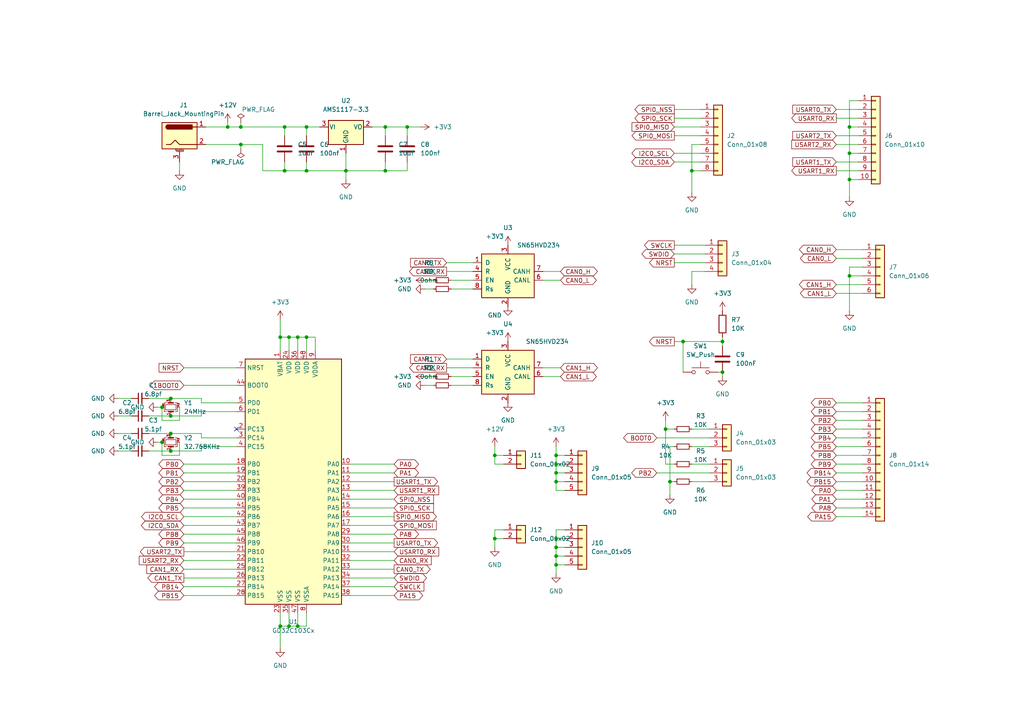
<source format=kicad_sch>
(kicad_sch (version 20210621) (generator eeschema)
  (paper "A4")
  (lib_symbols
    (symbol "Connector_Generic:Conn_01x02" (pin_names (offset 1.016) hide)
      (property "Reference" "J" (at 0 2.54 0))
      (property "Value" "Conn_01x02" (at 0 -5.08 0))
      (symbol "Conn_01x02_1_1"
        (pin passive line (at -5.08 0 0) (length 3.81) (name "Pin_1") (number "1"))
        (pin passive line (at -5.08 -2.54 0) (length 3.81) (name "Pin_2") (number "2"))
      )
    )
    (symbol "Connector_Generic:Conn_01x03" (pin_names (offset 1.016) hide)
      (property "Reference" "J" (at 0 5.08 0))
      (property "Value" "Conn_01x03" (at 0 -5.08 0))
      (symbol "Conn_01x03_1_1"
        (pin passive line (at -5.08 2.54 0) (length 3.81) (name "Pin_1") (number "1"))
        (pin passive line (at -5.08 0 0) (length 3.81) (name "Pin_2") (number "2"))
        (pin passive line (at -5.08 -2.54 0) (length 3.81) (name "Pin_3") (number "3"))
      )
    )
    (symbol "Connector_Generic:Conn_01x04" (pin_names (offset 1.016) hide)
      (property "Reference" "J" (at 0 5.08 0))
      (property "Value" "Conn_01x04" (at 0 -7.62 0))
      (symbol "Conn_01x04_1_1"
        (pin passive line (at -5.08 2.54 0) (length 3.81) (name "Pin_1") (number "1"))
        (pin passive line (at -5.08 0 0) (length 3.81) (name "Pin_2") (number "2"))
        (pin passive line (at -5.08 -2.54 0) (length 3.81) (name "Pin_3") (number "3"))
        (pin passive line (at -5.08 -5.08 0) (length 3.81) (name "Pin_4") (number "4"))
      )
    )
    (symbol "Connector_Generic:Conn_01x05" (pin_names (offset 1.016) hide)
      (property "Reference" "J" (at 0 7.62 0))
      (property "Value" "Conn_01x05" (at 0 -7.62 0))
      (symbol "Conn_01x05_1_1"
        (pin passive line (at -5.08 5.08 0) (length 3.81) (name "Pin_1") (number "1"))
        (pin passive line (at -5.08 2.54 0) (length 3.81) (name "Pin_2") (number "2"))
        (pin passive line (at -5.08 0 0) (length 3.81) (name "Pin_3") (number "3"))
        (pin passive line (at -5.08 -2.54 0) (length 3.81) (name "Pin_4") (number "4"))
        (pin passive line (at -5.08 -5.08 0) (length 3.81) (name "Pin_5") (number "5"))
      )
    )
    (symbol "Connector_Generic:Conn_01x06" (pin_names (offset 1.016) hide)
      (property "Reference" "J" (at 0 7.62 0))
      (property "Value" "Conn_01x06" (at 0 -10.16 0))
      (symbol "Conn_01x06_1_1"
        (pin passive line (at -5.08 5.08 0) (length 3.81) (name "Pin_1") (number "1"))
        (pin passive line (at -5.08 2.54 0) (length 3.81) (name "Pin_2") (number "2"))
        (pin passive line (at -5.08 0 0) (length 3.81) (name "Pin_3") (number "3"))
        (pin passive line (at -5.08 -2.54 0) (length 3.81) (name "Pin_4") (number "4"))
        (pin passive line (at -5.08 -5.08 0) (length 3.81) (name "Pin_5") (number "5"))
        (pin passive line (at -5.08 -7.62 0) (length 3.81) (name "Pin_6") (number "6"))
      )
    )
    (symbol "Connector_Generic:Conn_01x08" (pin_names (offset 1.016) hide)
      (property "Reference" "J" (at 0 10.16 0))
      (property "Value" "Conn_01x08" (at 0 -12.7 0))
      (symbol "Conn_01x08_1_1"
        (pin passive line (at -5.08 7.62 0) (length 3.81) (name "Pin_1") (number "1"))
        (pin passive line (at -5.08 5.08 0) (length 3.81) (name "Pin_2") (number "2"))
        (pin passive line (at -5.08 2.54 0) (length 3.81) (name "Pin_3") (number "3"))
        (pin passive line (at -5.08 0 0) (length 3.81) (name "Pin_4") (number "4"))
        (pin passive line (at -5.08 -2.54 0) (length 3.81) (name "Pin_5") (number "5"))
        (pin passive line (at -5.08 -5.08 0) (length 3.81) (name "Pin_6") (number "6"))
        (pin passive line (at -5.08 -7.62 0) (length 3.81) (name "Pin_7") (number "7"))
        (pin passive line (at -5.08 -10.16 0) (length 3.81) (name "Pin_8") (number "8"))
      )
    )
    (symbol "Connector_Generic:Conn_01x10" (pin_names (offset 1.016) hide)
      (property "Reference" "J" (at 0 12.7 0))
      (property "Value" "Conn_01x10" (at 0 -15.24 0))
      (symbol "Conn_01x10_1_1"
        (pin passive line (at -5.08 10.16 0) (length 3.81) (name "Pin_1") (number "1"))
        (pin passive line (at -5.08 -12.7 0) (length 3.81) (name "Pin_10") (number "10"))
        (pin passive line (at -5.08 7.62 0) (length 3.81) (name "Pin_2") (number "2"))
        (pin passive line (at -5.08 5.08 0) (length 3.81) (name "Pin_3") (number "3"))
        (pin passive line (at -5.08 2.54 0) (length 3.81) (name "Pin_4") (number "4"))
        (pin passive line (at -5.08 0 0) (length 3.81) (name "Pin_5") (number "5"))
        (pin passive line (at -5.08 -2.54 0) (length 3.81) (name "Pin_6") (number "6"))
        (pin passive line (at -5.08 -5.08 0) (length 3.81) (name "Pin_7") (number "7"))
        (pin passive line (at -5.08 -7.62 0) (length 3.81) (name "Pin_8") (number "8"))
        (pin passive line (at -5.08 -10.16 0) (length 3.81) (name "Pin_9") (number "9"))
      )
    )
    (symbol "Connector_Generic:Conn_01x14" (pin_names (offset 1.016) hide)
      (property "Reference" "J" (at 0 17.78 0))
      (property "Value" "Conn_01x14" (at 0 -20.32 0))
      (symbol "Conn_01x14_1_1"
        (pin passive line (at -5.08 15.24 0) (length 3.81) (name "Pin_1") (number "1"))
        (pin passive line (at -5.08 -7.62 0) (length 3.81) (name "Pin_10") (number "10"))
        (pin passive line (at -5.08 -10.16 0) (length 3.81) (name "Pin_11") (number "11"))
        (pin passive line (at -5.08 -12.7 0) (length 3.81) (name "Pin_12") (number "12"))
        (pin passive line (at -5.08 -15.24 0) (length 3.81) (name "Pin_13") (number "13"))
        (pin passive line (at -5.08 -17.78 0) (length 3.81) (name "Pin_14") (number "14"))
        (pin passive line (at -5.08 12.7 0) (length 3.81) (name "Pin_2") (number "2"))
        (pin passive line (at -5.08 10.16 0) (length 3.81) (name "Pin_3") (number "3"))
        (pin passive line (at -5.08 7.62 0) (length 3.81) (name "Pin_4") (number "4"))
        (pin passive line (at -5.08 5.08 0) (length 3.81) (name "Pin_5") (number "5"))
        (pin passive line (at -5.08 2.54 0) (length 3.81) (name "Pin_6") (number "6"))
        (pin passive line (at -5.08 0 0) (length 3.81) (name "Pin_7") (number "7"))
        (pin passive line (at -5.08 -2.54 0) (length 3.81) (name "Pin_8") (number "8"))
        (pin passive line (at -5.08 -5.08 0) (length 3.81) (name "Pin_9") (number "9"))
      )
    )
    (symbol "Device:C" (pin_numbers hide) (pin_names (offset 0.254))
      (property "Reference" "C" (at 0.635 2.54 0))
      (property "Value" "C" (at 0.635 -2.54 0))
      (symbol "C_1_1"
        (pin passive line (at 0 3.81 270) (length 2.794) (name "~") (number "1"))
        (pin passive line (at 0 -3.81 90) (length 2.794) (name "~") (number "2"))
      )
    )
    (symbol "Device:C_Small" (pin_numbers hide) (pin_names (offset 0.254) hide)
      (property "Reference" "C" (at 0.254 1.778 0))
      (property "Value" "C_Small" (at 0.254 -2.032 0))
      (symbol "C_Small_1_1"
        (pin passive line (at 0 2.54 270) (length 2.032) (name "~") (number "1"))
        (pin passive line (at 0 -2.54 90) (length 2.032) (name "~") (number "2"))
      )
    )
    (symbol "Device:Crystal_GND24_Small" (pin_names (offset 1.016) hide)
      (property "Reference" "Y" (at 1.27 4.445 0))
      (property "Value" "Crystal_GND24_Small" (at 1.27 2.54 0))
      (symbol "Crystal_GND24_Small_1_1"
        (pin passive line (at -2.54 0 0) (length 1.27) (name "1") (number "1"))
        (pin passive line (at 0 -2.54 90) (length 0.635) (name "2") (number "2"))
        (pin passive line (at 2.54 0 180) (length 1.27) (name "3") (number "3"))
        (pin passive line (at 0 2.54 270) (length 0.635) (name "4") (number "4"))
      )
    )
    (symbol "Device:R" (pin_numbers hide) (pin_names (offset 0))
      (property "Reference" "R" (at 2.032 0 90))
      (property "Value" "R" (at 0 0 90))
      (symbol "R_1_1"
        (pin passive line (at 0 3.81 270) (length 1.27) (name "~") (number "1"))
        (pin passive line (at 0 -3.81 90) (length 1.27) (name "~") (number "2"))
      )
    )
    (symbol "Device:R_Small" (pin_numbers hide) (pin_names (offset 0.254) hide)
      (property "Reference" "R" (at 0.762 0.508 0))
      (property "Value" "R_Small" (at 0.762 -1.016 0))
      (symbol "R_Small_1_1"
        (pin passive line (at 0 2.54 270) (length 0.762) (name "~") (number "1"))
        (pin passive line (at 0 -2.54 90) (length 0.762) (name "~") (number "2"))
      )
    )
    (symbol "GD32_SPINE:Barrel_Jack" (pin_names hide)
      (property "Reference" "J1" (at 1.2065 8.89 0))
      (property "Value" "Barrel_Jack" (at 1.2065 6.35 0))
      (symbol "Barrel_Jack_1_1"
        (text "Mounting" (at 0 -4.191 0) (effects (font (size 0.381 0.381))))
        (pin passive line (at 7.62 2.54 180) (length 2.54) (name "~") (number "1"))
        (pin passive line (at 7.62 -2.54 180) (length 2.54) (name "~") (number "2"))
        (pin passive line (at 0 -7.62 90) (length 3.048) (name "~") (number "3"))
      )
    )
    (symbol "GD32_SPINE:GD32C103Cx"
      (property "Reference" "U" (at -15.24 36.83 0))
      (property "Value" "GD32C103Cx" (at 7.62 36.83 0))
      (symbol "GD32C103Cx_1_1"
        (pin power_in line (at -5.08 38.1 270) (length 2.54) (name "VBAT") (number "1"))
        (pin bidirectional line (at 15.24 5.08 180) (length 2.54) (name "PA0") (number "10"))
        (pin bidirectional line (at 15.24 2.54 180) (length 2.54) (name "PA1") (number "11"))
        (pin bidirectional line (at 15.24 0 180) (length 2.54) (name "PA2") (number "12"))
        (pin bidirectional line (at 15.24 -2.54 180) (length 2.54) (name "PA3") (number "13"))
        (pin bidirectional line (at 15.24 -5.08 180) (length 2.54) (name "PA4") (number "14"))
        (pin bidirectional line (at 15.24 -7.62 180) (length 2.54) (name "PA5") (number "15"))
        (pin bidirectional line (at 15.24 -10.16 180) (length 2.54) (name "PA6") (number "16"))
        (pin bidirectional line (at 15.24 -12.7 180) (length 2.54) (name "PA7") (number "17"))
        (pin bidirectional line (at -17.78 5.08 0) (length 2.54) (name "PB0") (number "18"))
        (pin bidirectional line (at -17.78 2.54 0) (length 2.54) (name "PB1") (number "19"))
        (pin bidirectional line (at -17.78 15.24 0) (length 2.54) (name "PC13") (number "2"))
        (pin bidirectional line (at -17.78 0 0) (length 2.54) (name "PB2") (number "20"))
        (pin bidirectional line (at -17.78 -20.32 0) (length 2.54) (name "PB10") (number "21"))
        (pin bidirectional line (at -17.78 -22.86 0) (length 2.54) (name "PB11") (number "22"))
        (pin power_in line (at -5.08 -38.1 90) (length 2.54) (name "VSS") (number "23"))
        (pin power_in line (at -2.54 38.1 270) (length 2.54) (name "VDD") (number "24"))
        (pin bidirectional line (at -17.78 -25.4 0) (length 2.54) (name "PB12") (number "25"))
        (pin bidirectional line (at -17.78 -27.94 0) (length 2.54) (name "PB13") (number "26"))
        (pin bidirectional line (at -17.78 -30.48 0) (length 2.54) (name "PB14") (number "27"))
        (pin bidirectional line (at -17.78 -33.02 0) (length 2.54) (name "PB15") (number "28"))
        (pin bidirectional line (at 15.24 -15.24 180) (length 2.54) (name "PA8") (number "29"))
        (pin bidirectional line (at -17.78 12.7 0) (length 2.54) (name "PC14") (number "3"))
        (pin bidirectional line (at 15.24 -17.78 180) (length 2.54) (name "PA9") (number "30"))
        (pin bidirectional line (at 15.24 -20.32 180) (length 2.54) (name "PA10") (number "31"))
        (pin bidirectional line (at 15.24 -22.86 180) (length 2.54) (name "PA11") (number "32"))
        (pin bidirectional line (at 15.24 -25.4 180) (length 2.54) (name "PA12") (number "33"))
        (pin bidirectional line (at 15.24 -27.94 180) (length 2.54) (name "PA13") (number "34"))
        (pin power_in line (at -2.54 -38.1 90) (length 2.54) (name "VSS") (number "35"))
        (pin power_in line (at 0 38.1 270) (length 2.54) (name "VDD") (number "36"))
        (pin bidirectional line (at 15.24 -30.48 180) (length 2.54) (name "PA14") (number "37"))
        (pin bidirectional line (at 15.24 -33.02 180) (length 2.54) (name "PA15") (number "38"))
        (pin bidirectional line (at -17.78 -2.54 0) (length 2.54) (name "PB3") (number "39"))
        (pin bidirectional line (at -17.78 10.16 0) (length 2.54) (name "PC15") (number "4"))
        (pin bidirectional line (at -17.78 -5.08 0) (length 2.54) (name "PB4") (number "40"))
        (pin bidirectional line (at -17.78 -7.62 0) (length 2.54) (name "PB5") (number "41"))
        (pin bidirectional line (at -17.78 -10.16 0) (length 2.54) (name "PB6") (number "42"))
        (pin bidirectional line (at -17.78 -12.7 0) (length 2.54) (name "PB7") (number "43"))
        (pin input line (at -17.78 27.94 0) (length 2.54) (name "BOOT0") (number "44"))
        (pin bidirectional line (at -17.78 -15.24 0) (length 2.54) (name "PB8") (number "45"))
        (pin bidirectional line (at -17.78 -17.78 0) (length 2.54) (name "PB9") (number "46"))
        (pin power_in line (at 0 -38.1 90) (length 2.54) (name "VSS") (number "47"))
        (pin power_in line (at 2.54 38.1 270) (length 2.54) (name "VDD") (number "48"))
        (pin input line (at -17.78 22.86 0) (length 2.54) (name "PD0") (number "5"))
        (pin input line (at -17.78 20.32 0) (length 2.54) (name "PD1") (number "6"))
        (pin input line (at -17.78 33.02 0) (length 2.54) (name "NRST") (number "7"))
        (pin power_in line (at 2.54 -38.1 90) (length 2.54) (name "VSSA") (number "8"))
        (pin power_in line (at 5.08 38.1 270) (length 2.54) (name "VDDA") (number "9"))
      )
    )
    (symbol "Interface_CAN_LIN:SN65HVD234" (pin_names (offset 1.016))
      (property "Reference" "U" (at -2.54 10.16 0))
      (property "Value" "SN65HVD234" (at -2.54 7.62 0))
      (symbol "SN65HVD234_1_1"
        (pin input line (at -10.16 2.54 0) (length 2.54) (name "D") (number "1"))
        (pin power_in line (at 0 -10.16 90) (length 2.54) (name "GND") (number "2"))
        (pin power_in line (at 0 7.62 270) (length 2.54) (name "VCC") (number "3"))
        (pin output line (at -10.16 0 0) (length 2.54) (name "R") (number "4"))
        (pin input line (at -10.16 -2.54 0) (length 2.54) (name "EN") (number "5"))
        (pin bidirectional line (at 10.16 -2.54 180) (length 2.54) (name "CANL") (number "6"))
        (pin bidirectional line (at 10.16 0 180) (length 2.54) (name "CANH") (number "7"))
        (pin input line (at -10.16 -5.08 0) (length 2.54) (name "Rs") (number "8"))
      )
    )
    (symbol "Regulator_Linear:AMS1117-3.3" (pin_names (offset 0.254))
      (property "Reference" "U" (at -3.81 3.175 0))
      (property "Value" "AMS1117-3.3" (at 0 3.175 0))
      (symbol "AMS1117-3.3_1_1"
        (pin power_in line (at 0 -7.62 90) (length 2.54) (name "GND") (number "1"))
        (pin power_out line (at 7.62 0 180) (length 2.54) (name "VO") (number "2"))
        (pin power_in line (at -7.62 0 0) (length 2.54) (name "VI") (number "3"))
      )
    )
    (symbol "Switch:SW_Push" (pin_numbers hide) (pin_names (offset 1.016) hide)
      (property "Reference" "SW" (at 1.27 2.54 0))
      (property "Value" "SW_Push" (at 0 -1.524 0))
      (symbol "SW_Push_0_1"
        (pin passive line (at -5.08 0 0) (length 2.54) (name "1") (number "1"))
        (pin passive line (at 5.08 0 180) (length 2.54) (name "2") (number "2"))
      )
    )
    (symbol "power:+12V" (power) (pin_names (offset 0))
      (property "Value" "+12V" (at 0 3.556 0))
      (symbol "+12V_1_1"
        (pin power_in line (at 0 0 90) (length 0) hide (name "+12V") (number "1"))
      )
    )
    (symbol "power:+3V3" (power) (pin_names (offset 0))
      (property "Value" "+3V3" (at 0 3.556 0))
      (symbol "+3V3_1_1"
        (pin power_in line (at 0 0 90) (length 0) hide (name "+3V3") (number "1"))
      )
    )
    (symbol "power:GND" (power) (pin_names (offset 0))
      (property "Value" "GND" (at 0 -3.81 0))
      (symbol "GND_1_1"
        (pin power_in line (at 0 0 270) (length 0) hide (name "GND") (number "1"))
      )
    )
    (symbol "power:PWR_FLAG" (power) (pin_numbers hide) (pin_names (offset 0) hide)
      (property "Value" "PWR_FLAG" (at 0 3.81 0))
      (symbol "PWR_FLAG_0_0"
        (pin power_out line (at 0 0 90) (length 0) (name "pwr") (number "1"))
      )
    )
  )
  (junction (at 46.99 118.11))
  (junction (at 46.99 128.27))
  (junction (at 49.53 115.57))
  (junction (at 49.53 120.65))
  (junction (at 49.53 125.73))
  (junction (at 49.53 130.81))
  (junction (at 66.04 36.83))
  (junction (at 69.85 36.83) (diameter 0.9144))
  (junction (at 69.85 41.91))
  (junction (at 81.28 97.79) (diameter 0.9144))
  (junction (at 81.28 181.61) (diameter 0.9144))
  (junction (at 82.55 36.83) (diameter 0.9144))
  (junction (at 82.55 49.53) (diameter 0.9144))
  (junction (at 83.82 97.79) (diameter 0.9144))
  (junction (at 83.82 181.61) (diameter 0.9144))
  (junction (at 86.36 97.79) (diameter 0.9144))
  (junction (at 86.36 181.61) (diameter 0.9144))
  (junction (at 88.9 36.83) (diameter 0.9144))
  (junction (at 88.9 49.53) (diameter 0.9144))
  (junction (at 88.9 97.79) (diameter 0.9144))
  (junction (at 100.33 49.53) (diameter 0.9144))
  (junction (at 111.76 36.83) (diameter 0.9144))
  (junction (at 111.76 49.53) (diameter 0.9144))
  (junction (at 118.11 36.83) (diameter 0.9144))
  (junction (at 143.51 132.08))
  (junction (at 143.51 156.21))
  (junction (at 161.29 132.08))
  (junction (at 161.29 134.62))
  (junction (at 161.29 137.16))
  (junction (at 161.29 139.7))
  (junction (at 161.29 156.21))
  (junction (at 161.29 158.75))
  (junction (at 161.29 161.29))
  (junction (at 161.29 163.83))
  (junction (at 193.04 124.46) (diameter 0.9144))
  (junction (at 194.31 139.7) (diameter 0.9144))
  (junction (at 198.12 99.06) (diameter 0.9144))
  (junction (at 200.66 49.53) (diameter 0.9144))
  (junction (at 209.55 99.06) (diameter 0.9144))
  (junction (at 209.55 107.95) (diameter 0.9144))
  (junction (at 246.38 36.83) (diameter 0.9144))
  (junction (at 246.38 44.45) (diameter 0.9144))
  (junction (at 246.38 52.07) (diameter 0.9144))
  (junction (at 246.38 80.01) (diameter 0.9144))
  (no_connect (at 68.58 124.46))
  (wire (pts (xy 34.29 115.57) (xy 38.1 115.57)))
  (wire (pts (xy 34.29 120.65) (xy 38.1 120.65)))
  (wire (pts (xy 34.29 125.73) (xy 38.1 125.73)))
  (wire (pts (xy 34.29 130.81) (xy 38.1 130.81)))
  (wire (pts (xy 43.18 115.57) (xy 49.53 115.57)))
  (wire (pts (xy 43.18 120.65) (xy 49.53 120.65)))
  (wire (pts (xy 43.18 125.73) (xy 49.53 125.73)))
  (wire (pts (xy 43.18 130.81) (xy 49.53 130.81)))
  (wire (pts (xy 45.72 118.11) (xy 46.99 118.11)))
  (wire (pts (xy 45.72 128.27) (xy 46.99 128.27)))
  (wire (pts (xy 46.99 118.11) (xy 46.99 121.92)))
  (wire (pts (xy 46.99 121.92) (xy 52.07 121.92)))
  (wire (pts (xy 46.99 128.27) (xy 46.99 132.08)))
  (wire (pts (xy 46.99 132.08) (xy 52.07 132.08)))
  (wire (pts (xy 49.53 115.57) (xy 58.42 115.57)))
  (wire (pts (xy 49.53 120.65) (xy 58.42 120.65)))
  (wire (pts (xy 49.53 125.73) (xy 58.42 125.73)))
  (wire (pts (xy 49.53 130.81) (xy 58.42 130.81)))
  (wire (pts (xy 52.07 46.99) (xy 52.07 49.53)))
  (wire (pts (xy 52.07 118.11) (xy 52.07 121.92)))
  (wire (pts (xy 52.07 132.08) (xy 52.07 128.27)))
  (wire (pts (xy 53.34 106.68) (xy 68.58 106.68)))
  (wire (pts (xy 53.34 111.76) (xy 68.58 111.76)))
  (wire (pts (xy 53.34 134.62) (xy 68.58 134.62)))
  (wire (pts (xy 53.34 137.16) (xy 68.58 137.16)))
  (wire (pts (xy 53.34 139.7) (xy 68.58 139.7)))
  (wire (pts (xy 53.34 142.24) (xy 68.58 142.24)))
  (wire (pts (xy 53.34 144.78) (xy 68.58 144.78)))
  (wire (pts (xy 53.34 147.32) (xy 68.58 147.32)))
  (wire (pts (xy 53.34 149.86) (xy 68.58 149.86)))
  (wire (pts (xy 53.34 152.4) (xy 68.58 152.4)))
  (wire (pts (xy 53.34 154.94) (xy 68.58 154.94)))
  (wire (pts (xy 53.34 157.48) (xy 68.58 157.48)))
  (wire (pts (xy 53.34 160.02) (xy 68.58 160.02)))
  (wire (pts (xy 53.34 162.56) (xy 68.58 162.56)))
  (wire (pts (xy 53.34 165.1) (xy 68.58 165.1)))
  (wire (pts (xy 53.34 167.64) (xy 68.58 167.64)))
  (wire (pts (xy 53.34 170.18) (xy 68.58 170.18)))
  (wire (pts (xy 53.34 172.72) (xy 68.58 172.72)))
  (wire (pts (xy 58.42 115.57) (xy 58.42 116.84)))
  (wire (pts (xy 58.42 116.84) (xy 68.58 116.84)))
  (wire (pts (xy 58.42 119.38) (xy 58.42 120.65)))
  (wire (pts (xy 58.42 125.73) (xy 58.42 127)))
  (wire (pts (xy 58.42 127) (xy 68.58 127)))
  (wire (pts (xy 58.42 129.54) (xy 58.42 130.81)))
  (wire (pts (xy 59.69 36.83) (xy 66.04 36.83)))
  (wire (pts (xy 59.69 41.91) (xy 69.85 41.91)))
  (wire (pts (xy 66.04 35.56) (xy 66.04 36.83)))
  (wire (pts (xy 66.04 36.83) (xy 69.85 36.83)))
  (wire (pts (xy 68.58 119.38) (xy 58.42 119.38)))
  (wire (pts (xy 68.58 129.54) (xy 58.42 129.54)))
  (wire (pts (xy 69.85 35.56) (xy 69.85 36.83)))
  (wire (pts (xy 69.85 36.83) (xy 82.55 36.83)))
  (wire (pts (xy 69.85 41.91) (xy 69.85 43.18)))
  (wire (pts (xy 69.85 41.91) (xy 76.2 41.91)))
  (wire (pts (xy 76.2 41.91) (xy 76.2 49.53)))
  (wire (pts (xy 76.2 49.53) (xy 82.55 49.53)))
  (wire (pts (xy 81.28 92.71) (xy 81.28 97.79)))
  (wire (pts (xy 81.28 97.79) (xy 81.28 101.6)))
  (wire (pts (xy 81.28 97.79) (xy 83.82 97.79)))
  (wire (pts (xy 81.28 177.8) (xy 81.28 181.61)))
  (wire (pts (xy 81.28 181.61) (xy 81.28 187.96)))
  (wire (pts (xy 81.28 181.61) (xy 83.82 181.61)))
  (wire (pts (xy 82.55 36.83) (xy 82.55 39.37)))
  (wire (pts (xy 82.55 36.83) (xy 88.9 36.83)))
  (wire (pts (xy 82.55 46.99) (xy 82.55 49.53)))
  (wire (pts (xy 82.55 49.53) (xy 88.9 49.53)))
  (wire (pts (xy 83.82 97.79) (xy 83.82 101.6)))
  (wire (pts (xy 83.82 97.79) (xy 86.36 97.79)))
  (wire (pts (xy 83.82 177.8) (xy 83.82 181.61)))
  (wire (pts (xy 83.82 181.61) (xy 86.36 181.61)))
  (wire (pts (xy 86.36 97.79) (xy 86.36 101.6)))
  (wire (pts (xy 86.36 97.79) (xy 88.9 97.79)))
  (wire (pts (xy 86.36 177.8) (xy 86.36 181.61)))
  (wire (pts (xy 86.36 181.61) (xy 88.9 181.61)))
  (wire (pts (xy 88.9 36.83) (xy 88.9 39.37)))
  (wire (pts (xy 88.9 36.83) (xy 92.71 36.83)))
  (wire (pts (xy 88.9 49.53) (xy 88.9 46.99)))
  (wire (pts (xy 88.9 97.79) (xy 88.9 101.6)))
  (wire (pts (xy 88.9 97.79) (xy 91.44 97.79)))
  (wire (pts (xy 88.9 177.8) (xy 88.9 181.61)))
  (wire (pts (xy 91.44 97.79) (xy 91.44 101.6)))
  (wire (pts (xy 100.33 44.45) (xy 100.33 49.53)))
  (wire (pts (xy 100.33 49.53) (xy 88.9 49.53)))
  (wire (pts (xy 100.33 49.53) (xy 100.33 52.07)))
  (wire (pts (xy 100.33 49.53) (xy 111.76 49.53)))
  (wire (pts (xy 101.6 134.62) (xy 114.3 134.62)))
  (wire (pts (xy 101.6 137.16) (xy 114.3 137.16)))
  (wire (pts (xy 101.6 139.7) (xy 114.3 139.7)))
  (wire (pts (xy 101.6 142.24) (xy 114.3 142.24)))
  (wire (pts (xy 101.6 144.78) (xy 114.3 144.78)))
  (wire (pts (xy 101.6 147.32) (xy 114.3 147.32)))
  (wire (pts (xy 101.6 149.86) (xy 114.3 149.86)))
  (wire (pts (xy 101.6 152.4) (xy 114.3 152.4)))
  (wire (pts (xy 101.6 154.94) (xy 114.3 154.94)))
  (wire (pts (xy 101.6 157.48) (xy 114.3 157.48)))
  (wire (pts (xy 101.6 160.02) (xy 114.3 160.02)))
  (wire (pts (xy 101.6 162.56) (xy 114.3 162.56)))
  (wire (pts (xy 101.6 165.1) (xy 114.3 165.1)))
  (wire (pts (xy 101.6 167.64) (xy 114.3 167.64)))
  (wire (pts (xy 101.6 170.18) (xy 114.3 170.18)))
  (wire (pts (xy 101.6 172.72) (xy 114.3 172.72)))
  (wire (pts (xy 107.95 36.83) (xy 111.76 36.83)))
  (wire (pts (xy 111.76 36.83) (xy 111.76 39.37)))
  (wire (pts (xy 111.76 36.83) (xy 118.11 36.83)))
  (wire (pts (xy 111.76 46.99) (xy 111.76 49.53)))
  (wire (pts (xy 111.76 49.53) (xy 118.11 49.53)))
  (wire (pts (xy 118.11 36.83) (xy 118.11 39.37)))
  (wire (pts (xy 118.11 36.83) (xy 121.92 36.83)))
  (wire (pts (xy 118.11 49.53) (xy 118.11 46.99)))
  (wire (pts (xy 123.19 81.28) (xy 125.73 81.28)))
  (wire (pts (xy 123.19 83.82) (xy 125.73 83.82)))
  (wire (pts (xy 123.19 109.22) (xy 125.73 109.22)))
  (wire (pts (xy 123.19 111.76) (xy 125.73 111.76)))
  (wire (pts (xy 129.54 76.2) (xy 137.16 76.2)))
  (wire (pts (xy 129.54 78.74) (xy 137.16 78.74)))
  (wire (pts (xy 129.54 104.14) (xy 137.16 104.14)))
  (wire (pts (xy 129.54 106.68) (xy 137.16 106.68)))
  (wire (pts (xy 130.81 81.28) (xy 137.16 81.28)))
  (wire (pts (xy 130.81 83.82) (xy 137.16 83.82)))
  (wire (pts (xy 130.81 109.22) (xy 137.16 109.22)))
  (wire (pts (xy 130.81 111.76) (xy 137.16 111.76)))
  (wire (pts (xy 143.51 129.54) (xy 143.51 132.08)))
  (wire (pts (xy 143.51 132.08) (xy 143.51 134.62)))
  (wire (pts (xy 143.51 132.08) (xy 146.05 132.08)))
  (wire (pts (xy 143.51 134.62) (xy 146.05 134.62)))
  (wire (pts (xy 143.51 153.67) (xy 143.51 156.21)))
  (wire (pts (xy 143.51 156.21) (xy 143.51 158.75)))
  (wire (pts (xy 143.51 156.21) (xy 146.05 156.21)))
  (wire (pts (xy 146.05 153.67) (xy 143.51 153.67)))
  (wire (pts (xy 157.48 78.74) (xy 162.56 78.74)))
  (wire (pts (xy 157.48 81.28) (xy 162.56 81.28)))
  (wire (pts (xy 157.48 106.68) (xy 162.56 106.68)))
  (wire (pts (xy 157.48 109.22) (xy 162.56 109.22)))
  (wire (pts (xy 161.29 129.54) (xy 161.29 132.08)))
  (wire (pts (xy 161.29 132.08) (xy 161.29 134.62)))
  (wire (pts (xy 161.29 132.08) (xy 163.83 132.08)))
  (wire (pts (xy 161.29 134.62) (xy 161.29 137.16)))
  (wire (pts (xy 161.29 134.62) (xy 163.83 134.62)))
  (wire (pts (xy 161.29 137.16) (xy 161.29 139.7)))
  (wire (pts (xy 161.29 137.16) (xy 163.83 137.16)))
  (wire (pts (xy 161.29 139.7) (xy 161.29 142.24)))
  (wire (pts (xy 161.29 139.7) (xy 163.83 139.7)))
  (wire (pts (xy 161.29 153.67) (xy 161.29 156.21)))
  (wire (pts (xy 161.29 156.21) (xy 161.29 158.75)))
  (wire (pts (xy 161.29 156.21) (xy 163.83 156.21)))
  (wire (pts (xy 161.29 158.75) (xy 161.29 161.29)))
  (wire (pts (xy 161.29 158.75) (xy 163.83 158.75)))
  (wire (pts (xy 161.29 161.29) (xy 161.29 163.83)))
  (wire (pts (xy 161.29 161.29) (xy 163.83 161.29)))
  (wire (pts (xy 161.29 163.83) (xy 161.29 166.37)))
  (wire (pts (xy 161.29 163.83) (xy 163.83 163.83)))
  (wire (pts (xy 163.83 142.24) (xy 161.29 142.24)))
  (wire (pts (xy 163.83 153.67) (xy 161.29 153.67)))
  (wire (pts (xy 190.5 127) (xy 205.74 127)))
  (wire (pts (xy 190.5 137.16) (xy 205.74 137.16)))
  (wire (pts (xy 193.04 121.92) (xy 193.04 124.46)))
  (wire (pts (xy 193.04 124.46) (xy 195.58 124.46)))
  (wire (pts (xy 193.04 134.62) (xy 193.04 124.46)))
  (wire (pts (xy 193.04 134.62) (xy 195.58 134.62)))
  (wire (pts (xy 194.31 129.54) (xy 194.31 139.7)))
  (wire (pts (xy 194.31 139.7) (xy 194.31 143.51)))
  (wire (pts (xy 194.31 139.7) (xy 195.58 139.7)))
  (wire (pts (xy 195.58 31.75) (xy 203.2 31.75)))
  (wire (pts (xy 195.58 34.29) (xy 203.2 34.29)))
  (wire (pts (xy 195.58 36.83) (xy 203.2 36.83)))
  (wire (pts (xy 195.58 39.37) (xy 203.2 39.37)))
  (wire (pts (xy 195.58 44.45) (xy 203.2 44.45)))
  (wire (pts (xy 195.58 46.99) (xy 203.2 46.99)))
  (wire (pts (xy 195.58 71.12) (xy 204.47 71.12)))
  (wire (pts (xy 195.58 73.66) (xy 204.47 73.66)))
  (wire (pts (xy 195.58 76.2) (xy 204.47 76.2)))
  (wire (pts (xy 195.58 99.06) (xy 198.12 99.06)))
  (wire (pts (xy 195.58 129.54) (xy 194.31 129.54)))
  (wire (pts (xy 198.12 99.06) (xy 198.12 107.95)))
  (wire (pts (xy 198.12 99.06) (xy 209.55 99.06)))
  (wire (pts (xy 200.66 41.91) (xy 200.66 49.53)))
  (wire (pts (xy 200.66 49.53) (xy 200.66 55.88)))
  (wire (pts (xy 200.66 49.53) (xy 203.2 49.53)))
  (wire (pts (xy 200.66 78.74) (xy 204.47 78.74)))
  (wire (pts (xy 200.66 82.55) (xy 200.66 78.74)))
  (wire (pts (xy 200.66 124.46) (xy 205.74 124.46)))
  (wire (pts (xy 200.66 129.54) (xy 205.74 129.54)))
  (wire (pts (xy 200.66 134.62) (xy 205.74 134.62)))
  (wire (pts (xy 200.66 139.7) (xy 205.74 139.7)))
  (wire (pts (xy 203.2 41.91) (xy 200.66 41.91)))
  (wire (pts (xy 208.28 107.95) (xy 209.55 107.95)))
  (wire (pts (xy 209.55 97.79) (xy 209.55 99.06)))
  (wire (pts (xy 209.55 99.06) (xy 209.55 100.33)))
  (wire (pts (xy 209.55 107.95) (xy 209.55 109.22)))
  (wire (pts (xy 242.57 31.75) (xy 248.92 31.75)))
  (wire (pts (xy 242.57 34.29) (xy 248.92 34.29)))
  (wire (pts (xy 242.57 39.37) (xy 248.92 39.37)))
  (wire (pts (xy 242.57 41.91) (xy 248.92 41.91)))
  (wire (pts (xy 242.57 46.99) (xy 248.92 46.99)))
  (wire (pts (xy 242.57 49.53) (xy 248.92 49.53)))
  (wire (pts (xy 242.57 72.39) (xy 250.19 72.39)))
  (wire (pts (xy 242.57 74.93) (xy 250.19 74.93)))
  (wire (pts (xy 242.57 82.55) (xy 250.19 82.55)))
  (wire (pts (xy 242.57 85.09) (xy 250.19 85.09)))
  (wire (pts (xy 242.57 116.84) (xy 250.19 116.84)))
  (wire (pts (xy 242.57 119.38) (xy 250.19 119.38)))
  (wire (pts (xy 242.57 121.92) (xy 250.19 121.92)))
  (wire (pts (xy 242.57 124.46) (xy 250.19 124.46)))
  (wire (pts (xy 242.57 127) (xy 250.19 127)))
  (wire (pts (xy 242.57 129.54) (xy 250.19 129.54)))
  (wire (pts (xy 242.57 132.08) (xy 250.19 132.08)))
  (wire (pts (xy 242.57 134.62) (xy 250.19 134.62)))
  (wire (pts (xy 242.57 137.16) (xy 250.19 137.16)))
  (wire (pts (xy 242.57 139.7) (xy 250.19 139.7)))
  (wire (pts (xy 242.57 142.24) (xy 250.19 142.24)))
  (wire (pts (xy 242.57 144.78) (xy 250.19 144.78)))
  (wire (pts (xy 242.57 147.32) (xy 250.19 147.32)))
  (wire (pts (xy 242.57 149.86) (xy 250.19 149.86)))
  (wire (pts (xy 246.38 29.21) (xy 246.38 36.83)))
  (wire (pts (xy 246.38 36.83) (xy 246.38 44.45)))
  (wire (pts (xy 246.38 36.83) (xy 248.92 36.83)))
  (wire (pts (xy 246.38 44.45) (xy 246.38 52.07)))
  (wire (pts (xy 246.38 44.45) (xy 248.92 44.45)))
  (wire (pts (xy 246.38 52.07) (xy 246.38 57.15)))
  (wire (pts (xy 246.38 52.07) (xy 248.92 52.07)))
  (wire (pts (xy 246.38 77.47) (xy 246.38 80.01)))
  (wire (pts (xy 246.38 80.01) (xy 246.38 90.17)))
  (wire (pts (xy 246.38 80.01) (xy 250.19 80.01)))
  (wire (pts (xy 248.92 29.21) (xy 246.38 29.21)))
  (wire (pts (xy 250.19 77.47) (xy 246.38 77.47)))
  (global_label "NRST" (shape input) (at 53.34 106.68 180) (property "Intersheet References" "${INTERSHEET_REFS}" (effects hide)))
  (global_label "BOOT0" (shape bidirectional) (at 53.34 111.76 180) (property "Intersheet References" "${INTERSHEET_REFS}" (effects hide)))
  (global_label "PB0" (shape bidirectional) (at 53.34 134.62 180) (property "Intersheet References" "${INTERSHEET_REFS}" (effects hide)))
  (global_label "PB1" (shape bidirectional) (at 53.34 137.16 180) (property "Intersheet References" "${INTERSHEET_REFS}" (effects hide)))
  (global_label "PB2" (shape bidirectional) (at 53.34 139.7 180) (property "Intersheet References" "${INTERSHEET_REFS}" (effects hide)))
  (global_label "PB3" (shape bidirectional) (at 53.34 142.24 180) (property "Intersheet References" "${INTERSHEET_REFS}" (effects hide)))
  (global_label "PB4" (shape bidirectional) (at 53.34 144.78 180) (property "Intersheet References" "${INTERSHEET_REFS}" (effects hide)))
  (global_label "PB5" (shape bidirectional) (at 53.34 147.32 180) (property "Intersheet References" "${INTERSHEET_REFS}" (effects hide)))
  (global_label "I2C0_SCL" (shape bidirectional) (at 53.34 149.86 180) (property "Intersheet References" "${INTERSHEET_REFS}" (effects hide)))
  (global_label "I2C0_SDA" (shape bidirectional) (at 53.34 152.4 180) (property "Intersheet References" "${INTERSHEET_REFS}" (effects hide)))
  (global_label "PB8" (shape bidirectional) (at 53.34 154.94 180) (property "Intersheet References" "${INTERSHEET_REFS}" (effects hide)))
  (global_label "PB9" (shape bidirectional) (at 53.34 157.48 180) (property "Intersheet References" "${INTERSHEET_REFS}" (effects hide)))
  (global_label "USART2_TX" (shape output) (at 53.34 160.02 180) (property "Intersheet References" "${INTERSHEET_REFS}" (effects hide)))
  (global_label "USART2_RX" (shape input) (at 53.34 162.56 180) (property "Intersheet References" "${INTERSHEET_REFS}" (effects hide)))
  (global_label "CAN1_RX" (shape input) (at 53.34 165.1 180) (property "Intersheet References" "${INTERSHEET_REFS}" (effects hide)))
  (global_label "CAN1_TX" (shape output) (at 53.34 167.64 180) (property "Intersheet References" "${INTERSHEET_REFS}" (effects hide)))
  (global_label "PB14" (shape bidirectional) (at 53.34 170.18 180) (property "Intersheet References" "${INTERSHEET_REFS}" (effects hide)))
  (global_label "PB15" (shape bidirectional) (at 53.34 172.72 180) (property "Intersheet References" "${INTERSHEET_REFS}" (effects hide)))
  (global_label "PA0" (shape bidirectional) (at 114.3 134.62 0) (property "Intersheet References" "${INTERSHEET_REFS}" (effects hide)))
  (global_label "PA1" (shape bidirectional) (at 114.3 137.16 0) (property "Intersheet References" "${INTERSHEET_REFS}" (effects hide)))
  (global_label "USART1_TX" (shape output) (at 114.3 139.7 0) (property "Intersheet References" "${INTERSHEET_REFS}" (effects hide)))
  (global_label "USART1_RX" (shape input) (at 114.3 142.24 0) (property "Intersheet References" "${INTERSHEET_REFS}" (effects hide)))
  (global_label "SPI0_NSS" (shape input) (at 114.3 144.78 0) (property "Intersheet References" "${INTERSHEET_REFS}" (effects hide)))
  (global_label "SPI0_SCK" (shape input) (at 114.3 147.32 0) (property "Intersheet References" "${INTERSHEET_REFS}" (effects hide)))
  (global_label "SPI0_MISO" (shape output) (at 114.3 149.86 0) (property "Intersheet References" "${INTERSHEET_REFS}" (effects hide)))
  (global_label "SPI0_MOSI" (shape input) (at 114.3 152.4 0) (property "Intersheet References" "${INTERSHEET_REFS}" (effects hide)))
  (global_label "PA8" (shape bidirectional) (at 114.3 154.94 0) (property "Intersheet References" "${INTERSHEET_REFS}" (effects hide)))
  (global_label "USART0_TX" (shape output) (at 114.3 157.48 0) (property "Intersheet References" "${INTERSHEET_REFS}" (effects hide)))
  (global_label "USART0_RX" (shape input) (at 114.3 160.02 0) (property "Intersheet References" "${INTERSHEET_REFS}" (effects hide)))
  (global_label "CAN0_RX" (shape input) (at 114.3 162.56 0) (property "Intersheet References" "${INTERSHEET_REFS}" (effects hide)))
  (global_label "CAN0_TX" (shape output) (at 114.3 165.1 0) (property "Intersheet References" "${INTERSHEET_REFS}" (effects hide)))
  (global_label "SWDIO" (shape bidirectional) (at 114.3 167.64 0) (property "Intersheet References" "${INTERSHEET_REFS}" (effects hide)))
  (global_label "SWCLK" (shape input) (at 114.3 170.18 0) (property "Intersheet References" "${INTERSHEET_REFS}" (effects hide)))
  (global_label "PA15" (shape bidirectional) (at 114.3 172.72 0) (property "Intersheet References" "${INTERSHEET_REFS}" (effects hide)))
  (global_label "CAN0_TX" (shape input) (at 129.54 76.2 180) (property "Intersheet References" "${INTERSHEET_REFS}" (effects hide)))
  (global_label "CAN0_RX" (shape output) (at 129.54 78.74 180) (property "Intersheet References" "${INTERSHEET_REFS}" (effects hide)))
  (global_label "CAN1_TX" (shape input) (at 129.54 104.14 180) (property "Intersheet References" "${INTERSHEET_REFS}" (effects hide)))
  (global_label "CAN1_RX" (shape output) (at 129.54 106.68 180) (property "Intersheet References" "${INTERSHEET_REFS}" (effects hide)))
  (global_label "CAN0_H" (shape bidirectional) (at 162.56 78.74 0) (property "Intersheet References" "${INTERSHEET_REFS}" (effects hide)))
  (global_label "CAN0_L" (shape bidirectional) (at 162.56 81.28 0) (property "Intersheet References" "${INTERSHEET_REFS}" (effects hide)))
  (global_label "CAN1_H" (shape bidirectional) (at 162.56 106.68 0) (property "Intersheet References" "${INTERSHEET_REFS}" (effects hide)))
  (global_label "CAN1_L" (shape bidirectional) (at 162.56 109.22 0) (property "Intersheet References" "${INTERSHEET_REFS}" (effects hide)))
  (global_label "BOOT0" (shape bidirectional) (at 190.5 127 180) (property "Intersheet References" "${INTERSHEET_REFS}" (effects hide)))
  (global_label "PB2" (shape bidirectional) (at 190.5 137.16 180) (property "Intersheet References" "${INTERSHEET_REFS}" (effects hide)))
  (global_label "SPI0_NSS" (shape output) (at 195.58 31.75 180) (property "Intersheet References" "${INTERSHEET_REFS}" (effects hide)))
  (global_label "SPI0_SCK" (shape output) (at 195.58 34.29 180) (property "Intersheet References" "${INTERSHEET_REFS}" (effects hide)))
  (global_label "SPI0_MISO" (shape input) (at 195.58 36.83 180) (property "Intersheet References" "${INTERSHEET_REFS}" (effects hide)))
  (global_label "SPI0_MOSI" (shape output) (at 195.58 39.37 180) (property "Intersheet References" "${INTERSHEET_REFS}" (effects hide)))
  (global_label "I2C0_SCL" (shape bidirectional) (at 195.58 44.45 180) (property "Intersheet References" "${INTERSHEET_REFS}" (effects hide)))
  (global_label "I2C0_SDA" (shape bidirectional) (at 195.58 46.99 180) (property "Intersheet References" "${INTERSHEET_REFS}" (effects hide)))
  (global_label "SWCLK" (shape output) (at 195.58 71.12 180) (property "Intersheet References" "${INTERSHEET_REFS}" (effects hide)))
  (global_label "SWDIO" (shape bidirectional) (at 195.58 73.66 180) (property "Intersheet References" "${INTERSHEET_REFS}" (effects hide)))
  (global_label "NRST" (shape output) (at 195.58 76.2 180) (property "Intersheet References" "${INTERSHEET_REFS}" (effects hide)))
  (global_label "NRST" (shape output) (at 195.58 99.06 180) (property "Intersheet References" "${INTERSHEET_REFS}" (effects hide)))
  (global_label "USART0_TX" (shape input) (at 242.57 31.75 180) (property "Intersheet References" "${INTERSHEET_REFS}" (effects hide)))
  (global_label "USART0_RX" (shape output) (at 242.57 34.29 180) (property "Intersheet References" "${INTERSHEET_REFS}" (effects hide)))
  (global_label "USART2_TX" (shape input) (at 242.57 39.37 180) (property "Intersheet References" "${INTERSHEET_REFS}" (effects hide)))
  (global_label "USART2_RX" (shape input) (at 242.57 41.91 180) (property "Intersheet References" "${INTERSHEET_REFS}" (effects hide)))
  (global_label "USART1_TX" (shape input) (at 242.57 46.99 180) (property "Intersheet References" "${INTERSHEET_REFS}" (effects hide)))
  (global_label "USART1_RX" (shape output) (at 242.57 49.53 180) (property "Intersheet References" "${INTERSHEET_REFS}" (effects hide)))
  (global_label "CAN0_H" (shape bidirectional) (at 242.57 72.39 180) (property "Intersheet References" "${INTERSHEET_REFS}" (effects hide)))
  (global_label "CAN0_L" (shape bidirectional) (at 242.57 74.93 180) (property "Intersheet References" "${INTERSHEET_REFS}" (effects hide)))
  (global_label "CAN1_H" (shape bidirectional) (at 242.57 82.55 180) (property "Intersheet References" "${INTERSHEET_REFS}" (effects hide)))
  (global_label "CAN1_L" (shape bidirectional) (at 242.57 85.09 180) (property "Intersheet References" "${INTERSHEET_REFS}" (effects hide)))
  (global_label "PB0" (shape bidirectional) (at 242.57 116.84 180) (property "Intersheet References" "${INTERSHEET_REFS}" (effects hide)))
  (global_label "PB1" (shape bidirectional) (at 242.57 119.38 180) (property "Intersheet References" "${INTERSHEET_REFS}" (effects hide)))
  (global_label "PB2" (shape bidirectional) (at 242.57 121.92 180) (property "Intersheet References" "${INTERSHEET_REFS}" (effects hide)))
  (global_label "PB3" (shape bidirectional) (at 242.57 124.46 180) (property "Intersheet References" "${INTERSHEET_REFS}" (effects hide)))
  (global_label "PB4" (shape bidirectional) (at 242.57 127 180) (property "Intersheet References" "${INTERSHEET_REFS}" (effects hide)))
  (global_label "PB5" (shape bidirectional) (at 242.57 129.54 180) (property "Intersheet References" "${INTERSHEET_REFS}" (effects hide)))
  (global_label "PB8" (shape bidirectional) (at 242.57 132.08 180) (property "Intersheet References" "${INTERSHEET_REFS}" (effects hide)))
  (global_label "PB9" (shape bidirectional) (at 242.57 134.62 180) (property "Intersheet References" "${INTERSHEET_REFS}" (effects hide)))
  (global_label "PB14" (shape bidirectional) (at 242.57 137.16 180) (property "Intersheet References" "${INTERSHEET_REFS}" (effects hide)))
  (global_label "PB15" (shape bidirectional) (at 242.57 139.7 180) (property "Intersheet References" "${INTERSHEET_REFS}" (effects hide)))
  (global_label "PA0" (shape bidirectional) (at 242.57 142.24 180) (property "Intersheet References" "${INTERSHEET_REFS}" (effects hide)))
  (global_label "PA1" (shape bidirectional) (at 242.57 144.78 180) (property "Intersheet References" "${INTERSHEET_REFS}" (effects hide)))
  (global_label "PA8" (shape bidirectional) (at 242.57 147.32 180) (property "Intersheet References" "${INTERSHEET_REFS}" (effects hide)))
  (global_label "PA15" (shape bidirectional) (at 242.57 149.86 180) (property "Intersheet References" "${INTERSHEET_REFS}" (effects hide)))
  (symbol (lib_id "power:+12V") (at 66.04 35.56 0) (unit 1)
    (property "Reference" "#PWR027" (effects hide))
    (property "Value" "+12V" (at 66.04 30.48 0))
  )
  (symbol (lib_id "power:+3V3") (at 81.28 92.71 0) (unit 1)
    (property "Reference" "#PWR05" (effects hide))
    (property "Value" "+3V3" (at 81.28 87.63 0))
  )
  (symbol (lib_id "power:+3V3") (at 121.92 36.83 270) (unit 1)
    (property "Reference" "#PWR013" (effects hide))
    (property "Value" "+3V3" (at 125.73 36.8299 90) (effects (justify left)))
  )
  (symbol (lib_id "power:+3V3") (at 123.19 81.28 90) (unit 1)
    (property "Reference" "#PWR031" (effects hide))
    (property "Value" "+3V3" (at 119.38 81.2799 90) (effects (justify left)))
  )
  (symbol (lib_id "power:+3V3") (at 123.19 109.22 90) (unit 1)
    (property "Reference" "#PWR011" (effects hide))
    (property "Value" "+3V3" (at 119.38 109.2199 90) (effects (justify left)))
  )
  (symbol (lib_id "power:+12V") (at 143.51 129.54 0) (unit 1)
    (property "Reference" "#PWR09" (effects hide))
    (property "Value" "+12V" (at 143.51 124.46 0))
  )
  (symbol (lib_id "power:+3V3") (at 147.32 71.12 0) (unit 1)
    (property "Reference" "#PWR014" (effects hide))
    (property "Value" "+3V3" (at 143.51 68.58 0))
  )
  (symbol (lib_id "power:+3V3") (at 147.32 99.06 0) (unit 1)
    (property "Reference" "#PWR016" (effects hide))
    (property "Value" "+3V3" (at 143.51 96.52 0))
  )
  (symbol (lib_id "power:+3V3") (at 161.29 129.54 0) (unit 1)
    (property "Reference" "#PWR07" (effects hide))
    (property "Value" "+3V3" (at 161.29 124.46 0))
  )
  (symbol (lib_id "power:+3V3") (at 193.04 121.92 0) (unit 1)
    (property "Reference" "#PWR018" (effects hide))
    (property "Value" "+3V3" (at 193.04 116.84 0))
  )
  (symbol (lib_id "power:+3V3") (at 209.55 90.17 0) (unit 1)
    (property "Reference" "#PWR022" (effects hide))
    (property "Value" "+3V3" (at 209.55 85.09 0))
  )
  (symbol (lib_id "power:PWR_FLAG") (at 69.85 35.56 0) (unit 1)
    (property "Reference" "#FLG0102" (effects hide))
    (property "Value" "PWR_FLAG" (at 74.93 31.75 0))
  )
  (symbol (lib_id "power:PWR_FLAG") (at 69.85 43.18 180) (unit 1)
    (property "Reference" "#FLG0101" (effects hide))
    (property "Value" "PWR_FLAG" (at 66.04 46.99 0))
  )
  (symbol (lib_id "power:GND") (at 34.29 115.57 270) (unit 1)
    (property "Reference" "#PWR01" (effects hide))
    (property "Value" "GND" (at 30.48 115.5699 90) (effects (justify right)))
  )
  (symbol (lib_id "power:GND") (at 34.29 120.65 270) (unit 1)
    (property "Reference" "#PWR02" (effects hide))
    (property "Value" "GND" (at 30.48 120.6499 90) (effects (justify right)))
  )
  (symbol (lib_id "power:GND") (at 34.29 125.73 270) (unit 1)
    (property "Reference" "#PWR03" (effects hide))
    (property "Value" "GND" (at 30.48 125.7299 90) (effects (justify right)))
  )
  (symbol (lib_id "power:GND") (at 34.29 130.81 270) (unit 1)
    (property "Reference" "#PWR04" (effects hide))
    (property "Value" "GND" (at 30.48 130.8099 90) (effects (justify right)))
  )
  (symbol (lib_id "power:GND") (at 45.72 118.11 270) (unit 1)
    (property "Reference" "#PWR029" (effects hide))
    (property "Value" "GND" (at 41.91 118.1099 90) (effects (justify right)))
  )
  (symbol (lib_id "power:GND") (at 45.72 128.27 270) (unit 1)
    (property "Reference" "#PWR030" (effects hide))
    (property "Value" "GND" (at 41.91 128.2699 90) (effects (justify right)))
  )
  (symbol (lib_id "power:GND") (at 52.07 49.53 0) (unit 1)
    (property "Reference" "#PWR028" (effects hide))
    (property "Value" "GND" (at 52.07 54.61 0))
  )
  (symbol (lib_id "power:GND") (at 81.28 187.96 0) (unit 1)
    (property "Reference" "#PWR06" (effects hide))
    (property "Value" "GND" (at 81.28 193.04 0))
  )
  (symbol (lib_id "power:GND") (at 100.33 52.07 0) (unit 1)
    (property "Reference" "#PWR010" (effects hide))
    (property "Value" "GND" (at 100.33 57.15 0))
  )
  (symbol (lib_id "power:GND") (at 123.19 83.82 270) (unit 1)
    (property "Reference" "#PWR032" (effects hide))
    (property "Value" "GND" (at 119.38 83.8199 90) (effects (justify right)))
  )
  (symbol (lib_id "power:GND") (at 123.19 111.76 270) (unit 1)
    (property "Reference" "#PWR012" (effects hide))
    (property "Value" "GND" (at 119.38 111.7599 90) (effects (justify right)))
  )
  (symbol (lib_id "power:GND") (at 143.51 158.75 0) (unit 1)
    (property "Reference" "#PWR026" (effects hide))
    (property "Value" "GND" (at 143.51 163.83 0))
  )
  (symbol (lib_id "power:GND") (at 147.32 88.9 0) (unit 1)
    (property "Reference" "#PWR015" (effects hide))
    (property "Value" "GND" (at 143.51 91.44 0))
  )
  (symbol (lib_id "power:GND") (at 147.32 116.84 0) (unit 1)
    (property "Reference" "#PWR017" (effects hide))
    (property "Value" "GND" (at 147.32 121.92 0))
  )
  (symbol (lib_id "power:GND") (at 161.29 166.37 0) (unit 1)
    (property "Reference" "#PWR08" (effects hide))
    (property "Value" "GND" (at 161.29 171.45 0))
  )
  (symbol (lib_id "power:GND") (at 194.31 143.51 0) (unit 1)
    (property "Reference" "#PWR019" (effects hide))
    (property "Value" "GND" (at 194.31 148.59 0))
  )
  (symbol (lib_id "power:GND") (at 200.66 55.88 0) (unit 1)
    (property "Reference" "#PWR020" (effects hide))
    (property "Value" "GND" (at 200.66 60.96 0))
  )
  (symbol (lib_id "power:GND") (at 200.66 82.55 0) (unit 1)
    (property "Reference" "#PWR021" (effects hide))
    (property "Value" "GND" (at 200.66 87.63 0))
  )
  (symbol (lib_id "power:GND") (at 209.55 109.22 0) (unit 1)
    (property "Reference" "#PWR023" (effects hide))
    (property "Value" "GND" (at 209.55 114.3 0))
  )
  (symbol (lib_id "power:GND") (at 246.38 57.15 0) (unit 1)
    (property "Reference" "#PWR024" (effects hide))
    (property "Value" "GND" (at 246.38 62.23 0))
  )
  (symbol (lib_id "power:GND") (at 246.38 90.17 0) (unit 1)
    (property "Reference" "#PWR025" (effects hide))
    (property "Value" "GND" (at 246.38 95.25 0))
  )
  (symbol (lib_id "Device:R_Small") (at 128.27 81.28 90) (unit 1)
    (property "Reference" "R8" (at 124.46 76.2 90))
    (property "Value" "10K" (at 124.46 78.74 90))
    (property "Footprint" "Resistor_SMD:R_0402_1005Metric" (effects hide))
  )
  (symbol (lib_id "Device:R_Small") (at 128.27 83.82 90) (unit 1)
    (property "Reference" "R9" (at 124.46 78.74 90))
    (property "Value" "0ohm" (at 124.46 81.28 90))
    (property "Footprint" "Resistor_SMD:R_0402_1005Metric" (effects hide))
  )
  (symbol (lib_id "Device:R_Small") (at 128.27 109.22 90) (unit 1)
    (property "Reference" "R1" (at 124.46 104.14 90))
    (property "Value" "10K" (at 124.46 106.68 90))
    (property "Footprint" "Resistor_SMD:R_0402_1005Metric" (effects hide))
  )
  (symbol (lib_id "Device:R_Small") (at 128.27 111.76 90) (unit 1)
    (property "Reference" "R2" (at 124.46 106.68 90))
    (property "Value" "0ohm" (at 124.46 109.22 90))
    (property "Footprint" "Resistor_SMD:R_0402_1005Metric" (effects hide))
  )
  (symbol (lib_id "Device:R_Small") (at 198.12 124.46 90) (unit 1)
    (property "Reference" "R3" (at 203.2 120.65 90))
    (property "Value" "10K" (at 203.2 123.19 90))
    (property "Footprint" "Resistor_SMD:R_0402_1005Metric" (effects hide))
  )
  (symbol (lib_id "Device:R_Small") (at 198.12 129.54 90) (unit 1)
    (property "Reference" "R4" (at 193.04 129.54 90))
    (property "Value" "10K" (at 193.04 132.08 90))
    (property "Footprint" "Resistor_SMD:R_0402_1005Metric" (effects hide))
  )
  (symbol (lib_id "Device:R_Small") (at 198.12 134.62 90) (unit 1)
    (property "Reference" "R5" (at 203.2 130.81 90))
    (property "Value" "10K" (at 203.2 133.35 90))
    (property "Footprint" "Resistor_SMD:R_0402_1005Metric" (effects hide))
  )
  (symbol (lib_id "Device:R_Small") (at 198.12 139.7 90) (unit 1)
    (property "Reference" "R6" (at 203.2 142.24 90))
    (property "Value" "10K" (at 203.2 144.78 90))
    (property "Footprint" "Resistor_SMD:R_0402_1005Metric" (effects hide))
  )
  (symbol (lib_id "Device:C_Small") (at 40.64 115.57 90) (unit 1)
    (property "Reference" "C1" (at 44.45 111.76 90))
    (property "Value" "6.8pf" (at 44.45 114.3 90))
    (property "Footprint" "Capacitor_SMD:C_0402_1005Metric" (effects hide))
  )
  (symbol (lib_id "Device:C_Small") (at 40.64 120.65 90) (unit 1)
    (property "Reference" "C2" (at 36.83 116.84 90))
    (property "Value" "6.8pf" (at 36.83 119.38 90))
    (property "Footprint" "Capacitor_SMD:C_0402_1005Metric" (effects hide))
  )
  (symbol (lib_id "Device:C_Small") (at 40.64 125.73 90) (unit 1)
    (property "Reference" "C3" (at 44.45 121.92 90))
    (property "Value" "5.1pf" (at 44.45 124.46 90))
    (property "Footprint" "Capacitor_SMD:C_0402_1005Metric" (effects hide))
  )
  (symbol (lib_id "Device:C_Small") (at 40.64 130.81 90) (unit 1)
    (property "Reference" "C4" (at 36.83 127 90))
    (property "Value" "5.1pf" (at 36.83 129.54 90))
    (property "Footprint" "Capacitor_SMD:C_0402_1005Metric" (effects hide))
  )
  (symbol (lib_id "Device:R") (at 209.55 93.98 0) (unit 1)
    (property "Reference" "R7" (at 212.09 92.7099 0) (effects (justify left)))
    (property "Value" "10K" (at 212.09 95.2499 0) (effects (justify left)))
    (property "Footprint" "Resistor_SMD:R_0402_1005Metric" (effects hide))
  )
  (symbol (lib_id "Device:Crystal_GND24_Small") (at 49.53 118.11 90) (unit 1)
    (property "Reference" "Y1" (at 53.34 116.8399 90) (effects (justify right)))
    (property "Value" "24MHz" (at 53.34 119.3799 90) (effects (justify right)))
    (property "Footprint" "Crystal:Crystal_SMD_3225-4Pin_3.2x2.5mm" (effects hide))
  )
  (symbol (lib_id "Device:Crystal_GND24_Small") (at 49.53 128.27 90) (unit 1)
    (property "Reference" "Y2" (at 53.34 126.9999 90) (effects (justify right)))
    (property "Value" "32.768KHz" (at 53.34 129.5399 90) (effects (justify right)))
    (property "Footprint" "Crystal:Crystal_SMD_3225-4Pin_3.2x2.5mm" (effects hide))
  )
  (symbol (lib_id "Connector_Generic:Conn_01x02") (at 151.13 132.08 0) (unit 1)
    (property "Reference" "J11" (at 153.67 132.0799 0) (effects (justify left)))
    (property "Value" "Conn_01x02" (at 153.67 134.6199 0) (effects (justify left)))
    (property "Footprint" "Connector_PinHeader_2.54mm:PinHeader_1x02_P2.54mm_Vertical" (effects hide))
  )
  (symbol (lib_id "Connector_Generic:Conn_01x02") (at 151.13 153.67 0) (unit 1)
    (property "Reference" "J12" (at 153.67 153.6699 0) (effects (justify left)))
    (property "Value" "Conn_01x02" (at 153.67 156.2099 0) (effects (justify left)))
    (property "Footprint" "Connector_PinHeader_2.54mm:PinHeader_1x02_P2.54mm_Vertical" (effects hide))
  )
  (symbol (lib_id "Device:C") (at 82.55 43.18 0) (unit 1)
    (property "Reference" "C5" (at 86.36 41.9099 0) (effects (justify left)))
    (property "Value" "10uf" (at 86.36 44.4499 0) (effects (justify left)))
    (property "Footprint" "Capacitor_SMD:C_0402_1005Metric" (effects hide))
  )
  (symbol (lib_id "Device:C") (at 88.9 43.18 0) (unit 1)
    (property "Reference" "C6" (at 92.71 41.9099 0) (effects (justify left)))
    (property "Value" "100nf" (at 92.71 44.4499 0) (effects (justify left)))
    (property "Footprint" "Capacitor_SMD:C_0402_1005Metric" (effects hide))
  )
  (symbol (lib_id "Device:C") (at 111.76 43.18 0) (unit 1)
    (property "Reference" "C7" (at 115.57 41.9099 0) (effects (justify left)))
    (property "Value" "10uf" (at 115.57 44.4499 0) (effects (justify left)))
    (property "Footprint" "Capacitor_SMD:C_0402_1005Metric" (effects hide))
  )
  (symbol (lib_id "Device:C") (at 118.11 43.18 0) (unit 1)
    (property "Reference" "C8" (at 121.92 41.9099 0) (effects (justify left)))
    (property "Value" "100nf" (at 121.92 44.4499 0) (effects (justify left)))
    (property "Footprint" "Capacitor_SMD:C_0402_1005Metric" (effects hide))
  )
  (symbol (lib_id "Device:C") (at 209.55 104.14 0) (unit 1)
    (property "Reference" "C9" (at 213.36 102.8699 0) (effects (justify left)))
    (property "Value" "100nF" (at 213.36 105.4099 0) (effects (justify left)))
    (property "Footprint" "Capacitor_SMD:C_0402_1005Metric" (effects hide))
  )
  (symbol (lib_id "Switch:SW_Push") (at 203.2 107.95 0) (unit 1)
    (property "Reference" "SW1" (at 203.2 100.33 0))
    (property "Value" "SW_Push" (at 203.2 102.87 0))
    (property "Footprint" "Connector_PinHeader_2.54mm:PinHeader_1x02_P2.54mm_Vertical" (effects hide))
  )
  (symbol (lib_id "Connector_Generic:Conn_01x03") (at 210.82 127 0) (unit 1)
    (property "Reference" "J4" (at 213.36 125.7299 0) (effects (justify left)))
    (property "Value" "Conn_01x03" (at 213.36 128.2699 0) (effects (justify left)))
    (property "Footprint" "Connector_PinHeader_2.54mm:PinHeader_1x03_P2.54mm_Vertical" (effects hide))
  )
  (symbol (lib_id "Connector_Generic:Conn_01x03") (at 210.82 137.16 0) (unit 1)
    (property "Reference" "J5" (at 213.36 135.8899 0) (effects (justify left)))
    (property "Value" "Conn_01x03" (at 213.36 138.4299 0) (effects (justify left)))
    (property "Footprint" "Connector_PinHeader_2.54mm:PinHeader_1x03_P2.54mm_Vertical" (effects hide))
  )
  (symbol (lib_id "Connector_Generic:Conn_01x04") (at 209.55 73.66 0) (unit 1)
    (property "Reference" "J3" (at 212.09 73.6599 0) (effects (justify left)))
    (property "Value" "Conn_01x04" (at 212.09 76.1999 0) (effects (justify left)))
    (property "Footprint" "Connector_PinHeader_2.54mm:PinHeader_1x04_P2.54mm_Vertical" (effects hide))
  )
  (symbol (lib_id "Connector_Generic:Conn_01x05") (at 168.91 137.16 0) (unit 1)
    (property "Reference" "J9" (at 171.45 135.8899 0) (effects (justify left)))
    (property "Value" "Conn_01x05" (at 171.45 138.4299 0) (effects (justify left)))
    (property "Footprint" "Connector_PinHeader_2.54mm:PinHeader_1x05_P2.54mm_Vertical" (effects hide))
  )
  (symbol (lib_id "Connector_Generic:Conn_01x05") (at 168.91 158.75 0) (unit 1)
    (property "Reference" "J10" (at 171.45 157.4799 0) (effects (justify left)))
    (property "Value" "Conn_01x05" (at 171.45 160.0199 0) (effects (justify left)))
    (property "Footprint" "Connector_PinHeader_2.54mm:PinHeader_1x05_P2.54mm_Vertical" (effects hide))
  )
  (symbol (lib_id "Connector_Generic:Conn_01x06") (at 255.27 77.47 0) (unit 1)
    (property "Reference" "J7" (at 257.81 77.4699 0) (effects (justify left)))
    (property "Value" "Conn_01x06" (at 257.81 80.0099 0) (effects (justify left)))
    (property "Footprint" "Connector_PinHeader_2.54mm:PinHeader_1x06_P2.54mm_Vertical" (effects hide))
  )
  (symbol (lib_id "Connector_Generic:Conn_01x08") (at 208.28 39.37 0) (unit 1)
    (property "Reference" "J2" (at 210.82 39.3699 0) (effects (justify left)))
    (property "Value" "Conn_01x08" (at 210.82 41.9099 0) (effects (justify left)))
    (property "Footprint" "Connector_PinHeader_2.54mm:PinHeader_1x08_P2.54mm_Vertical" (effects hide))
  )
  (symbol (lib_id "Regulator_Linear:AMS1117-3.3") (at 100.33 36.83 0) (unit 1)
    (property "Reference" "U2" (at 100.33 29.21 0))
    (property "Value" "AMS1117-3.3" (at 100.33 31.75 0))
    (property "Footprint" "Package_TO_SOT_SMD:SOT-223-3_TabPin2" (effects hide))
    (property "Datasheet" "http://www.advanced-monolithic.com/pdf/ds1117.pdf" (effects hide))
  )
  (symbol (lib_id "GD32_SPINE:Barrel_Jack") (at 52.07 39.37 0) (unit 1)
    (property "Reference" "J1" (at 53.2765 30.48 0))
    (property "Value" "Barrel_Jack_MountingPin" (at 53.2765 33.02 0))
    (property "Footprint" "Connector_BarrelJack:BarrelJack_GCT_DCJ200-10-A_Horizontal" (effects hide))
  )
  (symbol (lib_id "Connector_Generic:Conn_01x10") (at 254 39.37 0) (unit 1)
    (property "Reference" "J6" (at 256.54 39.3699 0) (effects (justify left)))
    (property "Value" "Conn_01x10" (at 256.54 41.9099 0) (effects (justify left)))
    (property "Footprint" "Connector_PinHeader_2.54mm:PinHeader_1x10_P2.54mm_Vertical" (effects hide))
  )
  (symbol (lib_id "Connector_Generic:Conn_01x14") (at 255.27 132.08 0) (unit 1)
    (property "Reference" "J8" (at 257.81 132.0799 0) (effects (justify left)))
    (property "Value" "Conn_01x14" (at 257.81 134.6199 0) (effects (justify left)))
    (property "Footprint" "Connector_PinHeader_2.54mm:PinHeader_1x14_P2.54mm_Vertical" (effects hide))
  )
  (symbol (lib_id "Interface_CAN_LIN:SN65HVD234") (at 147.32 78.74 0) (unit 1)
    (property "Reference" "U3" (at 147.32 66.04 0))
    (property "Value" "SN65HVD234" (at 156.21 71.12 0))
    (property "Footprint" "Package_SO:SOIC-8_3.9x4.9mm_P1.27mm" (effects hide))
    (property "Datasheet" "http://www.ti.com/lit/ds/symlink/sn65hvd234.pdf" (effects hide))
  )
  (symbol (lib_id "Interface_CAN_LIN:SN65HVD234") (at 147.32 106.68 0) (unit 1)
    (property "Reference" "U4" (at 147.32 93.98 0))
    (property "Value" "SN65HVD234" (at 158.75 99.06 0))
    (property "Footprint" "Package_SO:SOIC-8_3.9x4.9mm_P1.27mm" (effects hide))
    (property "Datasheet" "http://www.ti.com/lit/ds/symlink/sn65hvd234.pdf" (effects hide))
  )
  (symbol (lib_id "GD32_SPINE:GD32C103Cx") (at 86.36 139.7 0) (unit 1)
    (property "Reference" "U1" (at 85.09 180.34 0))
    (property "Value" "GD32C103Cx" (at 85.09 182.88 0))
    (property "Footprint" "Package_QFP:LQFP-48_7x7mm_P0.5mm" (effects hide))
    (property "Datasheet" "http://www.st.com/st-web-ui/static/active/en/resource/technical/document/datasheet/CD00161566.pdf" (effects hide))
  )
)
</source>
